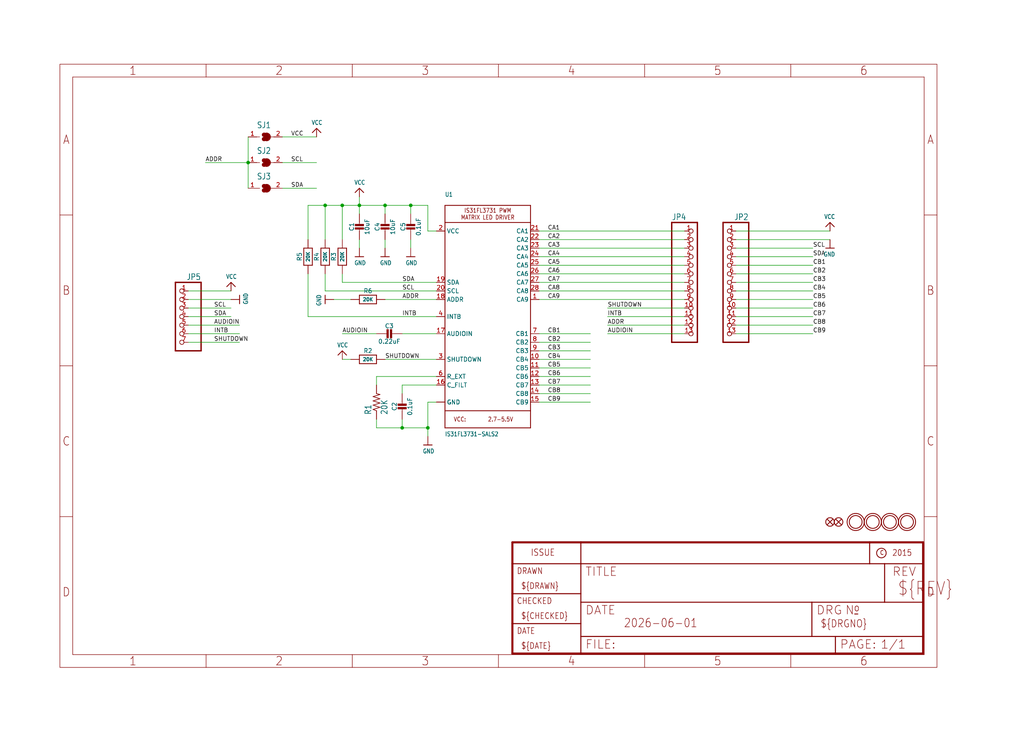
<source format=kicad_sch>
(kicad_sch (version 20230121) (generator eeschema)
  (paper "User" 303.962 217.322)
  (lib_symbols
    (symbol "working-eagle-import:CAP_CERAMIC0805-NOOUTLINE"
      (property "Reference" "C" (at -2.29 1.25 90))
      (symbol "CAP_CERAMIC0805-NOOUTLINE_1_0"
        (rectangle (start -1.27 0.508) (end 1.27 1.016) (fill (type outline)))
        (rectangle (start -1.27 1.524) (end 1.27 2.032) (fill (type outline)))
        (polyline (pts (xy 0 0.762) (xy 0 0)) (stroke (width 0.1524)))
        (polyline (pts (xy 0 2.54) (xy 0 1.778)) (stroke (width 0.1524)))
        (pin passive line (at 0 5.08 270) (length 2.54) (name "1") (number "1"))
        (pin passive line (at 0 -2.54 90) (length 2.54) (name "2") (number "2"))
      )
    )
    (symbol "working-eagle-import:FIDUCIAL{dblquote}{dblquote}"
      (symbol "FIDUCIAL{dblquote}{dblquote}_1_0"
        (polyline (pts (xy -0.762 0.762) (xy 0.762 -0.762)) (stroke (width 0.254)))
        (polyline (pts (xy 0.762 0.762) (xy -0.762 -0.762)) (stroke (width 0.254)))
        (circle (center 0 0) (radius 1.27) (stroke (width 0.254)))
      )
    )
    (symbol "working-eagle-import:FLIPFLOP-RES"
      (property "Reference" "R" (at -3.81 1.4986 0))
      (symbol "FLIPFLOP-RES_1_0"
        (polyline (pts (xy -2.54 0) (xy -2.159 1.016)) (stroke (width 0.2032)))
        (polyline (pts (xy -2.159 1.016) (xy -1.524 -1.016)) (stroke (width 0.2032)))
        (polyline (pts (xy -1.524 -1.016) (xy -0.889 1.016)) (stroke (width 0.2032)))
        (polyline (pts (xy -0.889 1.016) (xy -0.254 -1.016)) (stroke (width 0.2032)))
        (polyline (pts (xy -0.254 -1.016) (xy 0.381 1.016)) (stroke (width 0.2032)))
        (polyline (pts (xy 0.381 1.016) (xy 1.016 -1.016)) (stroke (width 0.2032)))
        (polyline (pts (xy 1.016 -1.016) (xy 1.651 1.016)) (stroke (width 0.2032)))
        (polyline (pts (xy 1.651 1.016) (xy 2.286 -1.016)) (stroke (width 0.2032)))
        (polyline (pts (xy 2.286 -1.016) (xy 2.54 0)) (stroke (width 0.2032)))
        (pin passive line (at -5.08 0 0) (length 2.54) (name "1") (number "1"))
        (pin passive line (at 5.08 0 180) (length 2.54) (name "2") (number "2"))
      )
    )
    (symbol "working-eagle-import:FRAME_A4"
      (symbol "FRAME_A4_1_0"
        (polyline (pts (xy 0 44.7675) (xy 3.81 44.7675)))
        (polyline (pts (xy 0 89.535) (xy 3.81 89.535)))
        (polyline (pts (xy 0 134.3025) (xy 3.81 134.3025)))
        (polyline (pts (xy 3.81 3.81) (xy 3.81 175.26)))
        (polyline (pts (xy 43.3917 0) (xy 43.3917 3.81)))
        (polyline (pts (xy 43.3917 175.26) (xy 43.3917 179.07)))
        (polyline (pts (xy 86.7833 0) (xy 86.7833 3.81)))
        (polyline (pts (xy 86.7833 175.26) (xy 86.7833 179.07)))
        (polyline (pts (xy 130.175 0) (xy 130.175 3.81)))
        (polyline (pts (xy 130.175 175.26) (xy 130.175 179.07)))
        (polyline (pts (xy 173.5667 0) (xy 173.5667 3.81)))
        (polyline (pts (xy 173.5667 175.26) (xy 173.5667 179.07)))
        (polyline (pts (xy 216.9583 0) (xy 216.9583 3.81)))
        (polyline (pts (xy 216.9583 175.26) (xy 216.9583 179.07)))
        (polyline (pts (xy 256.54 3.81) (xy 3.81 3.81)))
        (polyline (pts (xy 256.54 3.81) (xy 256.54 8.89)) (stroke (width 0.1016)))
        (polyline (pts (xy 256.54 3.81) (xy 256.54 175.26)))
        (polyline (pts (xy 256.54 8.89) (xy 256.54 13.97)) (stroke (width 0.1016)))
        (polyline (pts (xy 256.54 13.97) (xy 256.54 19.05)) (stroke (width 0.1016)))
        (polyline (pts (xy 256.54 19.05) (xy 256.54 36.83)) (stroke (width 0.1016)))
        (polyline (pts (xy 256.54 44.7675) (xy 260.35 44.7675)))
        (polyline (pts (xy 256.54 89.535) (xy 260.35 89.535)))
        (polyline (pts (xy 256.54 134.3025) (xy 260.35 134.3025)))
        (polyline (pts (xy 256.54 175.26) (xy 3.81 175.26)))
        (polyline (pts (xy 0 0) (xy 260.35 0) (xy 260.35 179.07) (xy 0 179.07) (xy 0 0)))
        (text "1" (at 21.6958 1.905 0) (effects (font (size 2.54 2.286))))
        (text "1" (at 21.6958 177.165 0) (effects (font (size 2.54 2.286))))
        (text "2" (at 65.0875 1.905 0) (effects (font (size 2.54 2.286))))
        (text "2" (at 65.0875 177.165 0) (effects (font (size 2.54 2.286))))
        (text "3" (at 108.4792 1.905 0) (effects (font (size 2.54 2.286))))
        (text "3" (at 108.4792 177.165 0) (effects (font (size 2.54 2.286))))
        (text "4" (at 151.8708 1.905 0) (effects (font (size 2.54 2.286))))
        (text "4" (at 151.8708 177.165 0) (effects (font (size 2.54 2.286))))
        (text "5" (at 195.2625 1.905 0) (effects (font (size 2.54 2.286))))
        (text "5" (at 195.2625 177.165 0) (effects (font (size 2.54 2.286))))
        (text "6" (at 238.6542 1.905 0) (effects (font (size 2.54 2.286))))
        (text "6" (at 238.6542 177.165 0) (effects (font (size 2.54 2.286))))
        (text "A" (at 1.905 156.6863 0) (effects (font (size 2.54 2.286))))
        (text "A" (at 258.445 156.6863 0) (effects (font (size 2.54 2.286))))
        (text "B" (at 1.905 111.9188 0) (effects (font (size 2.54 2.286))))
        (text "B" (at 258.445 111.9188 0) (effects (font (size 2.54 2.286))))
        (text "C" (at 1.905 67.1513 0) (effects (font (size 2.54 2.286))))
        (text "C" (at 258.445 67.1513 0) (effects (font (size 2.54 2.286))))
        (text "D" (at 1.905 22.3838 0) (effects (font (size 2.54 2.286))))
        (text "D" (at 258.445 22.3838 0) (effects (font (size 2.54 2.286))))
      )
      (symbol "FRAME_A4_2_0"
        (polyline (pts (xy -0.3048 1.5748) (xy 20.0152 1.5748)) (stroke (width 0.6096)))
        (polyline (pts (xy -0.3048 10.4648) (xy -0.3048 1.5748)) (stroke (width 0.6096)))
        (polyline (pts (xy -0.3048 10.4648) (xy 20.0152 10.4648)) (stroke (width 0.3048)))
        (polyline (pts (xy -0.3048 19.3548) (xy -0.3048 10.4648)) (stroke (width 0.6096)))
        (polyline (pts (xy -0.3048 19.3548) (xy 20.0152 19.3548)) (stroke (width 0.3048)))
        (polyline (pts (xy -0.3048 28.2448) (xy -0.3048 19.3548)) (stroke (width 0.6096)))
        (polyline (pts (xy -0.3048 28.2448) (xy 20.0152 28.2448)) (stroke (width 0.3048)))
        (polyline (pts (xy -0.3048 34.5948) (xy -0.3048 28.2448)) (stroke (width 0.6096)))
        (polyline (pts (xy 20.0152 1.5748) (xy 20.0152 6.6548)) (stroke (width 0.3048)))
        (polyline (pts (xy 20.0152 1.5748) (xy 95.5802 1.5748)) (stroke (width 0.6096)))
        (polyline (pts (xy 20.0152 6.6548) (xy 20.0152 10.4648)) (stroke (width 0.3048)))
        (polyline (pts (xy 20.0152 6.6548) (xy 88.5952 6.6548)) (stroke (width 0.3048)))
        (polyline (pts (xy 20.0152 10.4648) (xy 20.0152 16.8148)) (stroke (width 0.3048)))
        (polyline (pts (xy 20.0152 16.8148) (xy 20.0152 19.3548)) (stroke (width 0.3048)))
        (polyline (pts (xy 20.0152 19.3548) (xy 20.0152 28.2448)) (stroke (width 0.3048)))
        (polyline (pts (xy 20.0152 28.2448) (xy 20.0152 34.5948)) (stroke (width 0.3048)))
        (polyline (pts (xy 20.0152 28.2448) (xy 105.7402 28.2448)) (stroke (width 0.3048)))
        (polyline (pts (xy 20.0152 34.5948) (xy -0.3048 34.5948)) (stroke (width 0.6096)))
        (polyline (pts (xy 88.5952 6.6548) (xy 95.5802 6.6548)) (stroke (width 0.3048)))
        (polyline (pts (xy 88.5952 16.8148) (xy 20.0152 16.8148)) (stroke (width 0.3048)))
        (polyline (pts (xy 88.5952 16.8148) (xy 88.5952 6.6548)) (stroke (width 0.3048)))
        (polyline (pts (xy 95.5802 1.5748) (xy 121.6152 1.5748)) (stroke (width 0.6096)))
        (polyline (pts (xy 95.5802 6.6548) (xy 95.5802 1.5748)) (stroke (width 0.3048)))
        (polyline (pts (xy 95.5802 6.6548) (xy 121.6152 6.6548)) (stroke (width 0.3048)))
        (polyline (pts (xy 101.2952 13.3223) (xy 102.2477 13.3223)) (stroke (width 0.254)))
        (polyline (pts (xy 105.7402 28.2448) (xy 105.7402 34.5948)) (stroke (width 0.3048)))
        (polyline (pts (xy 105.7402 28.2448) (xy 110.1852 28.2448)) (stroke (width 0.3048)))
        (polyline (pts (xy 105.7402 34.5948) (xy 20.0152 34.5948)) (stroke (width 0.6096)))
        (polyline (pts (xy 110.1852 16.8148) (xy 88.5952 16.8148)) (stroke (width 0.3048)))
        (polyline (pts (xy 110.1852 28.2448) (xy 110.1852 16.8148)) (stroke (width 0.3048)))
        (polyline (pts (xy 110.1852 28.2448) (xy 121.6152 28.2448)) (stroke (width 0.3048)))
        (polyline (pts (xy 121.6152 6.6548) (xy 121.6152 1.5748)) (stroke (width 0.6096)))
        (polyline (pts (xy 121.6152 16.8148) (xy 110.1852 16.8148)) (stroke (width 0.3048)))
        (polyline (pts (xy 121.6152 16.8148) (xy 121.6152 6.6548)) (stroke (width 0.6096)))
        (polyline (pts (xy 121.6152 28.2448) (xy 121.6152 16.8148)) (stroke (width 0.6096)))
        (polyline (pts (xy 121.6152 34.5948) (xy 105.7402 34.5948)) (stroke (width 0.6096)))
        (polyline (pts (xy 121.6152 34.5948) (xy 121.6152 28.2448)) (stroke (width 0.6096)))
        (circle (center 109.2327 31.4198) (radius 1.4199) (stroke (width 0.254)))
        (text "${#}/${##}" (at 108.9152 2.8448 0) (effects (font (size 2.54 2.54)) (justify left bottom)))
        (text "${CHECKED}" (at 2.2352 11.7348 0) (effects (font (size 1.778 1.5113)) (justify left bottom)))
        (text "${COMPANY}" (at 23.349 29.6735 0) (effects (font (size 3.175 2.6987) (thickness 0.5397) bold) (justify left bottom)))
        (text "${CURRENT_DATE}" (at 32.7152 9.1948 0) (effects (font (size 2.54 2.159)) (justify left bottom)))
        (text "${DATE}" (at 2.2352 2.8448 0) (effects (font (size 1.778 1.5113)) (justify left bottom)))
        (text "${DRAWN}" (at 2.2352 20.6248 0) (effects (font (size 1.778 1.5113)) (justify left bottom)))
        (text "${DRGNO}" (at 91.1352 9.1948 0) (effects (font (size 2.1844 1.8567)) (justify left bottom)))
        (text "${PROJECTNAME}" (at 33.0327 2.8448 0) (effects (font (size 2.54 2.159)) (justify left bottom)))
        (text "${REV}" (at 113.9952 18.7198 0) (effects (font (size 3.81 3.2385)) (justify left bottom)))
        (text "2015" (at 112.4077 30.4673 0) (effects (font (size 1.778 1.5113)) (justify left bottom)))
        (text "C" (at 108.7564 30.7848 0) (effects (font (size 1.27 1.0795)) (justify left bottom)))
        (text "CHECKED" (at 0.9652 16.1798 0) (effects (font (size 1.778 1.5113)) (justify left bottom)))
        (text "DATE" (at 0.9652 7.2898 0) (effects (font (size 1.778 1.5113)) (justify left bottom)))
        (text "DATE" (at 21.2852 13.0048 0) (effects (font (size 2.54 2.54)) (justify left bottom)))
        (text "DRAWN" (at 0.9652 25.0698 0) (effects (font (size 1.778 1.5113)) (justify left bottom)))
        (text "DRG" (at 89.8652 13.0048 0) (effects (font (size 2.54 2.54)) (justify left bottom)))
        (text "FILE:" (at 21.2852 2.8448 0) (effects (font (size 2.54 2.54)) (justify left bottom)))
        (text "ISSUE" (at 5.0927 30.4673 0) (effects (font (size 1.9304 1.6408)) (justify left bottom)))
        (text "N" (at 98.4377 13.0048 0) (effects (font (size 2.54 2.54)) (justify left bottom)))
        (text "o" (at 100.9777 13.9573 0) (effects (font (size 2.1844 1.8567)) (justify left bottom)))
        (text "PAGE:" (at 96.8502 2.8448 0) (effects (font (size 2.54 2.54)) (justify left bottom)))
        (text "REV" (at 112.4077 24.4348 0) (effects (font (size 2.54 2.54)) (justify left bottom)))
        (text "TITLE" (at 21.2852 24.4348 0) (effects (font (size 2.54 2.54)) (justify left bottom)))
      )
    )
    (symbol "working-eagle-import:GND" (power)
      (property "Value" "GND" (at -1.524 -2.54 0))
      (symbol "GND_1_0"
        (polyline (pts (xy -1.27 0) (xy 1.27 0)) (stroke (width 0.254)))
        (pin power_in line (at 0 2.54 270) (length 2.54) (name "GND") (number "1"))
      )
    )
    (symbol "working-eagle-import:HEADER-1X13"
      (property "Reference" "JP" (at -6.35 18.415 0))
      (symbol "HEADER-1X13_1_0"
        (polyline (pts (xy -6.35 -17.78) (xy 1.27 -17.78)) (stroke (width 0.4064)))
        (polyline (pts (xy -6.35 17.78) (xy -6.35 -17.78)) (stroke (width 0.4064)))
        (polyline (pts (xy 1.27 -17.78) (xy 1.27 17.78)) (stroke (width 0.4064)))
        (polyline (pts (xy 1.27 17.78) (xy -6.35 17.78)) (stroke (width 0.4064)))
        (pin passive inverted (at -2.54 15.24 0) (length 2.54) (name "1") (number "1"))
        (pin passive inverted (at -2.54 -7.62 0) (length 2.54) (name "10") (number "10"))
        (pin passive inverted (at -2.54 -10.16 0) (length 2.54) (name "11") (number "11"))
        (pin passive inverted (at -2.54 -12.7 0) (length 2.54) (name "12") (number "12"))
        (pin passive inverted (at -2.54 -15.24 0) (length 2.54) (name "13") (number "13"))
        (pin passive inverted (at -2.54 12.7 0) (length 2.54) (name "2") (number "2"))
        (pin passive inverted (at -2.54 10.16 0) (length 2.54) (name "3") (number "3"))
        (pin passive inverted (at -2.54 7.62 0) (length 2.54) (name "4") (number "4"))
        (pin passive inverted (at -2.54 5.08 0) (length 2.54) (name "5") (number "5"))
        (pin passive inverted (at -2.54 2.54 0) (length 2.54) (name "6") (number "6"))
        (pin passive inverted (at -2.54 0 0) (length 2.54) (name "7") (number "7"))
        (pin passive inverted (at -2.54 -2.54 0) (length 2.54) (name "8") (number "8"))
        (pin passive inverted (at -2.54 -5.08 0) (length 2.54) (name "9") (number "9"))
      )
    )
    (symbol "working-eagle-import:HEADER-1X7THICKER"
      (property "Reference" "JP" (at -6.35 10.795 0))
      (symbol "HEADER-1X7THICKER_1_0"
        (polyline (pts (xy -6.35 -10.16) (xy 1.27 -10.16)) (stroke (width 0.4064)))
        (polyline (pts (xy -6.35 10.16) (xy -6.35 -10.16)) (stroke (width 0.4064)))
        (polyline (pts (xy 1.27 -10.16) (xy 1.27 10.16)) (stroke (width 0.4064)))
        (polyline (pts (xy 1.27 10.16) (xy -6.35 10.16)) (stroke (width 0.4064)))
        (pin passive inverted (at -2.54 7.62 0) (length 2.54) (name "1") (number "1"))
        (pin passive inverted (at -2.54 5.08 0) (length 2.54) (name "2") (number "2"))
        (pin passive inverted (at -2.54 2.54 0) (length 2.54) (name "3") (number "3"))
        (pin passive inverted (at -2.54 0 0) (length 2.54) (name "4") (number "4"))
        (pin passive inverted (at -2.54 -2.54 0) (length 2.54) (name "5") (number "5"))
        (pin passive inverted (at -2.54 -5.08 0) (length 2.54) (name "6") (number "6"))
        (pin passive inverted (at -2.54 -7.62 0) (length 2.54) (name "7") (number "7"))
      )
    )
    (symbol "working-eagle-import:IS31FL3731QFN"
      (property "Reference" "U" (at -12.7 35.56 0))
      (symbol "IS31FL3731QFN_1_0"
        (polyline (pts (xy -12.7 -27.94) (xy -12.7 -33.02)) (stroke (width 0.254)))
        (polyline (pts (xy -12.7 -27.94) (xy -12.7 27.94)) (stroke (width 0.254)))
        (polyline (pts (xy -12.7 27.94) (xy 12.7 27.94)) (stroke (width 0.254)))
        (polyline (pts (xy -12.7 33.02) (xy -12.7 27.94)) (stroke (width 0.254)))
        (polyline (pts (xy -12.7 33.02) (xy 12.7 33.02)) (stroke (width 0.254)))
        (polyline (pts (xy 12.7 -33.02) (xy -12.7 -33.02)) (stroke (width 0.254)))
        (polyline (pts (xy 12.7 -27.94) (xy -12.7 -27.94)) (stroke (width 0.254)))
        (polyline (pts (xy 12.7 -27.94) (xy 12.7 -33.02)) (stroke (width 0.254)))
        (polyline (pts (xy 12.7 27.94) (xy 12.7 -27.94)) (stroke (width 0.254)))
        (polyline (pts (xy 12.7 33.02) (xy 12.7 27.94)) (stroke (width 0.254)))
        (text "2.7-5.5V" (at 0 -30.48 0) (effects (font (size 1.27 1.0795)) (justify left)))
        (text "IS31FL3731 PWM\nMATRIX LED DRIVER" (at 0 30.48 0) (effects (font (size 1.27 1.0795))))
        (text "VCC:" (at -10.16 -30.48 0) (effects (font (size 1.27 1.0795)) (justify left)))
        (pin bidirectional line (at 15.24 5.08 180) (length 2.54) (name "CA9") (number "1"))
        (pin bidirectional line (at 15.24 -12.7 180) (length 2.54) (name "CB4") (number "10"))
        (pin bidirectional line (at 15.24 -15.24 180) (length 2.54) (name "CB5") (number "11"))
        (pin bidirectional line (at 15.24 -17.78 180) (length 2.54) (name "CB6") (number "12"))
        (pin bidirectional line (at 15.24 -20.32 180) (length 2.54) (name "CB7") (number "13"))
        (pin bidirectional line (at 15.24 -22.86 180) (length 2.54) (name "CB8") (number "14"))
        (pin bidirectional line (at 15.24 -25.4 180) (length 2.54) (name "CB9") (number "15"))
        (pin bidirectional line (at -15.24 -20.32 0) (length 2.54) (name "C_FILT") (number "16"))
        (pin input line (at -15.24 -5.08 0) (length 2.54) (name "AUDIOIN") (number "17"))
        (pin bidirectional line (at -15.24 5.08 0) (length 2.54) (name "ADDR") (number "18"))
        (pin bidirectional line (at -15.24 10.16 0) (length 2.54) (name "SDA") (number "19"))
        (pin power_in line (at -15.24 25.4 0) (length 2.54) (name "VCC") (number "2"))
        (pin bidirectional line (at -15.24 7.62 0) (length 2.54) (name "SCL") (number "20"))
        (pin bidirectional line (at 15.24 25.4 180) (length 2.54) (name "CA1") (number "21"))
        (pin bidirectional line (at 15.24 22.86 180) (length 2.54) (name "CA2") (number "22"))
        (pin bidirectional line (at 15.24 20.32 180) (length 2.54) (name "CA3") (number "23"))
        (pin bidirectional line (at 15.24 17.78 180) (length 2.54) (name "CA4") (number "24"))
        (pin bidirectional line (at 15.24 15.24 180) (length 2.54) (name "CA5") (number "25"))
        (pin bidirectional line (at 15.24 12.7 180) (length 2.54) (name "CA6") (number "26"))
        (pin bidirectional line (at 15.24 10.16 180) (length 2.54) (name "CA7") (number "27"))
        (pin bidirectional line (at 15.24 7.62 180) (length 2.54) (name "CA8") (number "28"))
        (pin input line (at -15.24 -12.7 0) (length 2.54) (name "SHUTDOWN") (number "3"))
        (pin output line (at -15.24 0 0) (length 2.54) (name "INTB") (number "4"))
        (pin power_in line (at -15.24 -25.4 0) (length 2.54) (name "GND") (number "5"))
        (pin bidirectional line (at -15.24 -17.78 0) (length 2.54) (name "R_EXT") (number "6"))
        (pin bidirectional line (at 15.24 -5.08 180) (length 2.54) (name "CB1") (number "7"))
        (pin bidirectional line (at 15.24 -7.62 180) (length 2.54) (name "CB2") (number "8"))
        (pin bidirectional line (at 15.24 -10.16 180) (length 2.54) (name "CB3") (number "9"))
        (pin power_in line (at -15.24 -25.4 0) (length 2.54) (name "GND") (number "THERMAL"))
      )
    )
    (symbol "working-eagle-import:MOUNTINGHOLE2.5"
      (symbol "MOUNTINGHOLE2.5_1_0"
        (circle (center 0 0) (radius 1.905) (stroke (width 0.254)))
        (circle (center 0 0) (radius 2.54) (stroke (width 0.254)))
      )
    )
    (symbol "working-eagle-import:RESISTOR0805_NOOUTLINE"
      (property "Reference" "R" (at 0 2.54 0))
      (symbol "RESISTOR0805_NOOUTLINE_1_0"
        (polyline (pts (xy -2.54 -1.27) (xy -2.54 1.27)) (stroke (width 0.254)))
        (polyline (pts (xy -2.54 1.27) (xy 2.54 1.27)) (stroke (width 0.254)))
        (polyline (pts (xy 2.54 -1.27) (xy -2.54 -1.27)) (stroke (width 0.254)))
        (polyline (pts (xy 2.54 1.27) (xy 2.54 -1.27)) (stroke (width 0.254)))
        (pin passive line (at -5.08 0 0) (length 2.54) (name "1") (number "1"))
        (pin passive line (at 5.08 0 180) (length 2.54) (name "2") (number "2"))
      )
    )
    (symbol "working-eagle-import:SOLDERJUMPER"
      (property "Reference" "SJ" (at -2.54 2.54 0))
      (symbol "SOLDERJUMPER_1_0"
        (arc (start -0.381 -0.635) (mid 0.2541 -0.0001) (end -0.3808 0.635) (stroke (width 1.27)))
        (polyline (pts (xy -2.54 0) (xy -1.651 0)) (stroke (width 0.1524)))
        (polyline (pts (xy 2.54 0) (xy 1.651 0)) (stroke (width 0.1524)))
        (arc (start 0.3808 -0.635) (mid 1.0132 -0.0001) (end 0.381 0.635) (stroke (width 1.27)))
        (pin passive line (at -5.08 0 0) (length 2.54) (name "1") (number "1"))
        (pin passive line (at 5.08 0 180) (length 2.54) (name "2") (number "2"))
      )
    )
    (symbol "working-eagle-import:VCC" (power)
      (property "Value" "VCC" (at -1.524 1.016 0))
      (symbol "VCC_1_0"
        (polyline (pts (xy -1.27 -1.27) (xy 0 0)) (stroke (width 0.254)))
        (polyline (pts (xy 0 0) (xy 1.27 -1.27)) (stroke (width 0.254)))
        (pin power_in line (at 0 -2.54 90) (length 2.54) (name "VCC") (number "1"))
      )
    )
  )
  (junction (at 127 127))
  (junction (at 101.6 60.96))
  (junction (at 119.38 127))
  (junction (at 114.3 60.96))
  (junction (at 96.52 60.96))
  (junction (at 121.92 60.96))
  (junction (at 106.68 60.96))
  (junction (at 73.66 48.26))
  (wire (pts (xy 91.44 60.96) (xy 91.44 71.12)) (stroke (width 0.1524)))
  (wire (pts (xy 129.54 88.9) (xy 114.3 88.9)) (stroke (width 0.1524)))
  (wire (pts (xy 218.44 99.06) (xy 241.3 99.06)) (stroke (width 0.1524)))
  (wire (pts (xy 160.02 116.84) (xy 175.26 116.84)) (stroke (width 0.1524)))
  (wire (pts (xy 106.68 60.96) (xy 114.3 60.96)) (stroke (width 0.1524)))
  (wire (pts (xy 73.66 48.26) (xy 73.66 55.88)) (stroke (width 0.1524)))
  (wire (pts (xy 127 127) (xy 127 129.54)) (stroke (width 0.1524)))
  (wire (pts (xy 160.02 104.14) (xy 175.26 104.14)) (stroke (width 0.1524)))
  (wire (pts (xy 121.92 60.96) (xy 121.92 63.5)) (stroke (width 0.1524)))
  (wire (pts (xy 160.02 119.38) (xy 175.26 119.38)) (stroke (width 0.1524)))
  (wire (pts (xy 99.06 88.9) (xy 104.14 88.9)) (stroke (width 0.1524)))
  (wire (pts (xy 160.02 68.58) (xy 203.2 68.58)) (stroke (width 0.1524)))
  (wire (pts (xy 160.02 106.68) (xy 175.26 106.68)) (stroke (width 0.1524)))
  (wire (pts (xy 160.02 78.74) (xy 203.2 78.74)) (stroke (width 0.1524)))
  (wire (pts (xy 246.38 68.58) (xy 218.44 68.58)) (stroke (width 0.1524)))
  (wire (pts (xy 160.02 76.2) (xy 203.2 76.2)) (stroke (width 0.1524)))
  (wire (pts (xy 160.02 111.76) (xy 175.26 111.76)) (stroke (width 0.1524)))
  (wire (pts (xy 106.68 60.96) (xy 106.68 63.5)) (stroke (width 0.1524)))
  (wire (pts (xy 241.3 96.52) (xy 218.44 96.52)) (stroke (width 0.1524)))
  (wire (pts (xy 121.92 71.12) (xy 121.92 73.66)) (stroke (width 0.1524)))
  (wire (pts (xy 129.54 99.06) (xy 119.38 99.06)) (stroke (width 0.1524)))
  (wire (pts (xy 127 60.96) (xy 127 68.58)) (stroke (width 0.1524)))
  (wire (pts (xy 101.6 71.12) (xy 101.6 60.96)) (stroke (width 0.1524)))
  (wire (pts (xy 114.3 60.96) (xy 114.3 63.5)) (stroke (width 0.1524)))
  (wire (pts (xy 218.44 93.98) (xy 241.3 93.98)) (stroke (width 0.1524)))
  (wire (pts (xy 55.88 91.44) (xy 68.58 91.44)) (stroke (width 0.1524)))
  (wire (pts (xy 203.2 91.44) (xy 180.34 91.44)) (stroke (width 0.1524)))
  (wire (pts (xy 218.44 73.66) (xy 241.3 73.66)) (stroke (width 0.1524)))
  (wire (pts (xy 129.54 83.82) (xy 101.6 83.82)) (stroke (width 0.1524)))
  (wire (pts (xy 55.88 101.6) (xy 71.12 101.6)) (stroke (width 0.1524)))
  (wire (pts (xy 203.2 99.06) (xy 180.34 99.06)) (stroke (width 0.1524)))
  (wire (pts (xy 96.52 60.96) (xy 91.44 60.96)) (stroke (width 0.1524)))
  (wire (pts (xy 119.38 127) (xy 111.76 127)) (stroke (width 0.1524)))
  (wire (pts (xy 160.02 86.36) (xy 203.2 86.36)) (stroke (width 0.1524)))
  (wire (pts (xy 114.3 71.12) (xy 114.3 73.66)) (stroke (width 0.1524)))
  (wire (pts (xy 71.12 99.06) (xy 55.88 99.06)) (stroke (width 0.1524)))
  (wire (pts (xy 73.66 48.26) (xy 60.96 48.26)) (stroke (width 0.1524)))
  (wire (pts (xy 55.88 88.9) (xy 68.58 88.9)) (stroke (width 0.1524)))
  (wire (pts (xy 160.02 101.6) (xy 175.26 101.6)) (stroke (width 0.1524)))
  (wire (pts (xy 127 68.58) (xy 129.54 68.58)) (stroke (width 0.1524)))
  (wire (pts (xy 241.3 81.28) (xy 218.44 81.28)) (stroke (width 0.1524)))
  (wire (pts (xy 119.38 127) (xy 119.38 124.46)) (stroke (width 0.1524)))
  (wire (pts (xy 83.82 55.88) (xy 93.98 55.88)) (stroke (width 0.1524)))
  (wire (pts (xy 160.02 109.22) (xy 175.26 109.22)) (stroke (width 0.1524)))
  (wire (pts (xy 127 127) (xy 119.38 127)) (stroke (width 0.1524)))
  (wire (pts (xy 101.6 60.96) (xy 96.52 60.96)) (stroke (width 0.1524)))
  (wire (pts (xy 160.02 71.12) (xy 203.2 71.12)) (stroke (width 0.1524)))
  (wire (pts (xy 55.88 93.98) (xy 68.58 93.98)) (stroke (width 0.1524)))
  (wire (pts (xy 160.02 83.82) (xy 203.2 83.82)) (stroke (width 0.1524)))
  (wire (pts (xy 91.44 93.98) (xy 91.44 81.28)) (stroke (width 0.1524)))
  (wire (pts (xy 55.88 96.52) (xy 71.12 96.52)) (stroke (width 0.1524)))
  (wire (pts (xy 129.54 111.76) (xy 111.76 111.76)) (stroke (width 0.1524)))
  (wire (pts (xy 101.6 83.82) (xy 101.6 81.28)) (stroke (width 0.1524)))
  (wire (pts (xy 106.68 71.12) (xy 106.68 73.66)) (stroke (width 0.1524)))
  (wire (pts (xy 129.54 119.38) (xy 127 119.38)) (stroke (width 0.1524)))
  (wire (pts (xy 160.02 114.3) (xy 175.26 114.3)) (stroke (width 0.1524)))
  (wire (pts (xy 111.76 111.76) (xy 111.76 114.3)) (stroke (width 0.1524)))
  (wire (pts (xy 73.66 40.64) (xy 73.66 48.26)) (stroke (width 0.1524)))
  (wire (pts (xy 111.76 127) (xy 111.76 124.46)) (stroke (width 0.1524)))
  (wire (pts (xy 121.92 60.96) (xy 127 60.96)) (stroke (width 0.1524)))
  (wire (pts (xy 180.34 93.98) (xy 203.2 93.98)) (stroke (width 0.1524)))
  (wire (pts (xy 218.44 71.12) (xy 246.38 71.12)) (stroke (width 0.1524)))
  (wire (pts (xy 218.44 83.82) (xy 241.3 83.82)) (stroke (width 0.1524)))
  (wire (pts (xy 241.3 86.36) (xy 218.44 86.36)) (stroke (width 0.1524)))
  (wire (pts (xy 129.54 114.3) (xy 119.38 114.3)) (stroke (width 0.1524)))
  (wire (pts (xy 218.44 88.9) (xy 241.3 88.9)) (stroke (width 0.1524)))
  (wire (pts (xy 129.54 93.98) (xy 91.44 93.98)) (stroke (width 0.1524)))
  (wire (pts (xy 218.44 78.74) (xy 241.3 78.74)) (stroke (width 0.1524)))
  (wire (pts (xy 96.52 60.96) (xy 96.52 71.12)) (stroke (width 0.1524)))
  (wire (pts (xy 83.82 40.64) (xy 93.98 40.64)) (stroke (width 0.1524)))
  (wire (pts (xy 96.52 86.36) (xy 96.52 81.28)) (stroke (width 0.1524)))
  (wire (pts (xy 101.6 60.96) (xy 106.68 60.96)) (stroke (width 0.1524)))
  (wire (pts (xy 160.02 81.28) (xy 203.2 81.28)) (stroke (width 0.1524)))
  (wire (pts (xy 160.02 88.9) (xy 203.2 88.9)) (stroke (width 0.1524)))
  (wire (pts (xy 203.2 96.52) (xy 180.34 96.52)) (stroke (width 0.1524)))
  (wire (pts (xy 160.02 99.06) (xy 175.26 99.06)) (stroke (width 0.1524)))
  (wire (pts (xy 111.76 99.06) (xy 101.6 99.06)) (stroke (width 0.1524)))
  (wire (pts (xy 114.3 60.96) (xy 121.92 60.96)) (stroke (width 0.1524)))
  (wire (pts (xy 129.54 106.68) (xy 114.3 106.68)) (stroke (width 0.1524)))
  (wire (pts (xy 241.3 76.2) (xy 218.44 76.2)) (stroke (width 0.1524)))
  (wire (pts (xy 129.54 86.36) (xy 96.52 86.36)) (stroke (width 0.1524)))
  (wire (pts (xy 127 119.38) (xy 127 127)) (stroke (width 0.1524)))
  (wire (pts (xy 55.88 86.36) (xy 68.58 86.36)) (stroke (width 0.1524)))
  (wire (pts (xy 104.14 106.68) (xy 101.6 106.68)) (stroke (width 0.1524)))
  (wire (pts (xy 160.02 73.66) (xy 203.2 73.66)) (stroke (width 0.1524)))
  (wire (pts (xy 119.38 114.3) (xy 119.38 116.84)) (stroke (width 0.1524)))
  (wire (pts (xy 106.68 58.42) (xy 106.68 60.96)) (stroke (width 0.1524)))
  (wire (pts (xy 241.3 91.44) (xy 218.44 91.44)) (stroke (width 0.1524)))
  (wire (pts (xy 83.82 48.26) (xy 93.98 48.26)) (stroke (width 0.1524)))
  (label "CB7" (at 162.56 114.3 0) (effects (font (size 1.2446 1.2446))))
  (label "CB5" (at 162.56 109.22 0) (effects (font (size 1.2446 1.2446))))
  (label "CB8" (at 241.3 96.52 0) (effects (font (size 1.2446 1.2446))))
  (label "SHUTDOWN" (at 114.3 106.68 0) (effects (font (size 1.2446 1.2446))))
  (label "INTB" (at 180.34 93.98 0) (effects (font (size 1.2446 1.2446))))
  (label "INTB" (at 119.38 93.98 0) (effects (font (size 1.2446 1.2446))))
  (label "SDA" (at 241.3 76.2 0) (effects (font (size 1.2446 1.2446))))
  (label "AUDIOIN" (at 101.6 99.06 0) (effects (font (size 1.2446 1.2446))))
  (label "AUDIOIN" (at 63.5 96.52 0) (effects (font (size 1.2446 1.2446))))
  (label "CB5" (at 241.3 88.9 0) (effects (font (size 1.2446 1.2446))))
  (label "CA2" (at 162.56 71.12 0) (effects (font (size 1.2446 1.2446))))
  (label "CB1" (at 241.3 78.74 0) (effects (font (size 1.2446 1.2446))))
  (label "SHUTDOWN" (at 63.5 101.6 0) (effects (font (size 1.2446 1.2446))))
  (label "AUDIOIN" (at 180.34 99.06 0) (effects (font (size 1.2446 1.2446))))
  (label "SCL" (at 241.3 73.66 0) (effects (font (size 1.2446 1.2446))))
  (label "CB2" (at 162.56 101.6 0) (effects (font (size 1.2446 1.2446))))
  (label "CB8" (at 162.56 116.84 0) (effects (font (size 1.2446 1.2446))))
  (label "VCC" (at 86.36 40.64 0) (effects (font (size 1.2446 1.2446))))
  (label "SCL" (at 119.38 86.36 0) (effects (font (size 1.2446 1.2446))))
  (label "ADDR" (at 119.38 88.9 0) (effects (font (size 1.2446 1.2446))))
  (label "CA4" (at 162.56 76.2 0) (effects (font (size 1.2446 1.2446))))
  (label "INTB" (at 63.5 99.06 0) (effects (font (size 1.2446 1.2446))))
  (label "SCL" (at 63.5 91.44 0) (effects (font (size 1.2446 1.2446))))
  (label "SDA" (at 119.38 83.82 0) (effects (font (size 1.2446 1.2446))))
  (label "CB3" (at 162.56 104.14 0) (effects (font (size 1.2446 1.2446))))
  (label "CA6" (at 162.56 81.28 0) (effects (font (size 1.2446 1.2446))))
  (label "CB1" (at 162.56 99.06 0) (effects (font (size 1.2446 1.2446))))
  (label "ADDR" (at 60.96 48.26 0) (effects (font (size 1.2446 1.2446))))
  (label "CA8" (at 162.56 86.36 0) (effects (font (size 1.2446 1.2446))))
  (label "CA5" (at 162.56 78.74 0) (effects (font (size 1.2446 1.2446))))
  (label "CB3" (at 241.3 83.82 0) (effects (font (size 1.2446 1.2446))))
  (label "CB6" (at 241.3 91.44 0) (effects (font (size 1.2446 1.2446))))
  (label "CB6" (at 162.56 111.76 0) (effects (font (size 1.2446 1.2446))))
  (label "CA9" (at 162.56 88.9 0) (effects (font (size 1.2446 1.2446))))
  (label "CB2" (at 241.3 81.28 0) (effects (font (size 1.2446 1.2446))))
  (label "CB9" (at 162.56 119.38 0) (effects (font (size 1.2446 1.2446))))
  (label "CB4" (at 162.56 106.68 0) (effects (font (size 1.2446 1.2446))))
  (label "SHUTDOWN" (at 180.34 91.44 0) (effects (font (size 1.2446 1.2446))))
  (label "CB7" (at 241.3 93.98 0) (effects (font (size 1.2446 1.2446))))
  (label "CB4" (at 241.3 86.36 0) (effects (font (size 1.2446 1.2446))))
  (label "SDA" (at 63.5 93.98 0) (effects (font (size 1.2446 1.2446))))
  (label "ADDR" (at 180.34 96.52 0) (effects (font (size 1.2446 1.2446))))
  (label "CA1" (at 162.56 68.58 0) (effects (font (size 1.2446 1.2446))))
  (label "SDA" (at 86.36 55.88 0) (effects (font (size 1.2446 1.2446))))
  (label "CB9" (at 241.3 99.06 0) (effects (font (size 1.2446 1.2446))))
  (label "CA3" (at 162.56 73.66 0) (effects (font (size 1.2446 1.2446))))
  (label "SCL" (at 86.36 48.26 0) (effects (font (size 1.2446 1.2446))))
  (label "CA7" (at 162.56 83.82 0) (effects (font (size 1.2446 1.2446))))
  (symbol (lib_id "working-eagle-import:RESISTOR0805_NOOUTLINE") (at 96.52 76.2 90) (unit 1)
    (property "Reference" "R4" (at 93.98 76.2 0))
    (property "Value" "20K" (at 96.52 76.2 0) (effects (font (size 1.016 1.016) bold)))
    (property "Footprint" "working:0805-NO" (effects hide))
  )
  (symbol (lib_id "working-eagle-import:SOLDERJUMPER") (at 78.74 40.64 0) (unit 1)
    (property "Reference" "SJ1" (at 76.2 38.1 0) (effects (font (size 1.778 1.5113)) (justify left bottom)))
    (property "Value" "SOLDERJUMPER" (effects hide))
    (property "Footprint" "working:SOLDERJUMPER_ARROW_NOPASTE" (effects hide))
  )
  (symbol (lib_id "working-eagle-import:RESISTOR0805_NOOUTLINE") (at 109.22 106.68 0) (unit 1)
    (property "Reference" "R2" (at 109.22 104.14 0))
    (property "Value" "20K" (at 109.22 106.68 0) (effects (font (size 1.016 1.016) bold)))
    (property "Footprint" "working:0805-NO" (effects hide))
  )
  (symbol (lib_id "working-eagle-import:VCC") (at 93.98 38.1 0) (unit 1)
    (property "Reference" "#P+3" (effects hide))
    (property "Value" "VCC" (at 92.456 37.084 0) (effects (font (size 1.27 1.0795)) (justify left bottom)))
  )
  (symbol (lib_id "working-eagle-import:CAP_CERAMIC0805-NOOUTLINE") (at 119.38 121.92 0) (unit 1)
    (property "Reference" "C2" (at 117.09 120.67 90))
    (property "Value" "0.1uF" (at 121.68 120.67 90))
    (property "Footprint" "working:0805-NO" (effects hide))
  )
  (symbol (lib_id "working-eagle-import:SOLDERJUMPER") (at 78.74 55.88 0) (unit 1)
    (property "Reference" "SJ3" (at 76.2 53.34 0) (effects (font (size 1.778 1.5113)) (justify left bottom)))
    (property "Value" "SOLDERJUMPER" (effects hide))
    (property "Footprint" "working:SOLDERJUMPER_ARROW_NOPASTE" (effects hide))
  )
  (symbol (lib_id "working-eagle-import:CAP_CERAMIC0805-NOOUTLINE") (at 114.3 99.06 270) (unit 1)
    (property "Reference" "C3" (at 115.55 96.77 90))
    (property "Value" "0.22uF" (at 115.55 101.36 90))
    (property "Footprint" "working:0805-NO" (effects hide))
  )
  (symbol (lib_id "working-eagle-import:RESISTOR0805_NOOUTLINE") (at 91.44 76.2 90) (unit 1)
    (property "Reference" "R5" (at 88.9 76.2 0))
    (property "Value" "20K" (at 91.44 76.2 0) (effects (font (size 1.016 1.016) bold)))
    (property "Footprint" "working:0805-NO" (effects hide))
  )
  (symbol (lib_id "working-eagle-import:GND") (at 114.3 76.2 0) (unit 1)
    (property "Reference" "#U$12" (effects hide))
    (property "Value" "GND" (at 112.776 78.74 0) (effects (font (size 1.27 1.0795)) (justify left bottom)))
  )
  (symbol (lib_id "working-eagle-import:FLIPFLOP-RES") (at 111.76 119.38 90) (unit 1)
    (property "Reference" "R1" (at 110.2614 123.19 0) (effects (font (size 1.778 1.5113)) (justify left bottom)))
    (property "Value" "20K" (at 115.062 123.19 0) (effects (font (size 1.778 1.5113)) (justify left bottom)))
    (property "Footprint" "working:0805-THM" (effects hide))
  )
  (symbol (lib_id "working-eagle-import:VCC") (at 68.58 83.82 0) (unit 1)
    (property "Reference" "#P+4" (effects hide))
    (property "Value" "VCC" (at 67.056 82.804 0) (effects (font (size 1.27 1.0795)) (justify left bottom)))
  )
  (symbol (lib_id "working-eagle-import:SOLDERJUMPER") (at 78.74 48.26 0) (unit 1)
    (property "Reference" "SJ2" (at 76.2 45.72 0) (effects (font (size 1.778 1.5113)) (justify left bottom)))
    (property "Value" "SOLDERJUMPER" (effects hide))
    (property "Footprint" "working:SOLDERJUMPER_ARROW_NOPASTE" (effects hide))
  )
  (symbol (lib_id "working-eagle-import:RESISTOR0805_NOOUTLINE") (at 101.6 76.2 90) (unit 1)
    (property "Reference" "R3" (at 99.06 76.2 0))
    (property "Value" "20K" (at 101.6 76.2 0) (effects (font (size 1.016 1.016) bold)))
    (property "Footprint" "working:0805-NO" (effects hide))
  )
  (symbol (lib_id "working-eagle-import:CAP_CERAMIC0805-NOOUTLINE") (at 121.92 68.58 0) (unit 1)
    (property "Reference" "C5" (at 119.63 67.33 90))
    (property "Value" "0.1uF" (at 124.22 67.33 90))
    (property "Footprint" "working:0805-NO" (effects hide))
  )
  (symbol (lib_id "working-eagle-import:VCC") (at 101.6 104.14 0) (unit 1)
    (property "Reference" "#P+5" (effects hide))
    (property "Value" "VCC" (at 100.076 103.124 0) (effects (font (size 1.27 1.0795)) (justify left bottom)))
  )
  (symbol (lib_id "working-eagle-import:CAP_CERAMIC0805-NOOUTLINE") (at 114.3 68.58 0) (unit 1)
    (property "Reference" "C4" (at 112.01 67.33 90))
    (property "Value" "10uF" (at 116.6 67.33 90))
    (property "Footprint" "working:0805-NO" (effects hide))
  )
  (symbol (lib_id "working-eagle-import:FIDUCIAL{dblquote}{dblquote}") (at 248.92 154.94 0) (unit 1)
    (property "Reference" "FID1" (effects hide))
    (property "Value" "FIDUCIAL{dblquote}{dblquote}" (effects hide))
    (property "Footprint" "working:FIDUCIAL_1MM" (effects hide))
  )
  (symbol (lib_id "working-eagle-import:GND") (at 106.68 76.2 0) (unit 1)
    (property "Reference" "#U$1" (effects hide))
    (property "Value" "GND" (at 105.156 78.74 0) (effects (font (size 1.27 1.0795)) (justify left bottom)))
  )
  (symbol (lib_id "working-eagle-import:FRAME_A4") (at 152.4 195.58 0) (unit 2)
    (property "Reference" "#FRAME1" (effects hide))
    (property "Value" "FRAME_A4" (effects hide))
  )
  (symbol (lib_id "working-eagle-import:GND") (at 96.52 88.9 270) (unit 1)
    (property "Reference" "#U$8" (effects hide))
    (property "Value" "GND" (at 93.98 87.376 0) (effects (font (size 1.27 1.0795)) (justify left bottom)))
  )
  (symbol (lib_id "working-eagle-import:MOUNTINGHOLE2.5") (at 269.24 154.94 0) (unit 1)
    (property "Reference" "U$3" (effects hide))
    (property "Value" "MOUNTINGHOLE2.5" (effects hide))
    (property "Footprint" "working:MOUNTINGHOLE_2.5_PLATED" (effects hide))
  )
  (symbol (lib_id "working-eagle-import:CAP_CERAMIC0805-NOOUTLINE") (at 106.68 68.58 0) (unit 1)
    (property "Reference" "C1" (at 104.39 67.33 90))
    (property "Value" "10uF" (at 108.98 67.33 90))
    (property "Footprint" "working:0805-NO" (effects hide))
  )
  (symbol (lib_id "working-eagle-import:FRAME_A4") (at 17.78 198.12 0) (unit 1)
    (property "Reference" "#FRAME1" (effects hide))
    (property "Value" "FRAME_A4" (effects hide))
  )
  (symbol (lib_id "working-eagle-import:HEADER-1X13") (at 215.9 83.82 0) (mirror y) (unit 1)
    (property "Reference" "JP2" (at 222.25 65.405 0) (effects (font (size 1.778 1.5113)) (justify left bottom)))
    (property "Value" "HEADER-1X13" (effects hide))
    (property "Footprint" "working:1X13_ROUND_70" (effects hide))
  )
  (symbol (lib_id "working-eagle-import:VCC") (at 106.68 55.88 0) (unit 1)
    (property "Reference" "#P+1" (effects hide))
    (property "Value" "VCC" (at 105.156 54.864 0) (effects (font (size 1.27 1.0795)) (justify left bottom)))
  )
  (symbol (lib_id "working-eagle-import:GND") (at 127 132.08 0) (unit 1)
    (property "Reference" "#U$2" (effects hide))
    (property "Value" "GND" (at 125.476 134.62 0) (effects (font (size 1.27 1.0795)) (justify left bottom)))
  )
  (symbol (lib_id "working-eagle-import:GND") (at 246.38 73.66 0) (mirror y) (unit 1)
    (property "Reference" "#U$9" (effects hide))
    (property "Value" "GND" (at 247.904 76.2 0) (effects (font (size 1.27 1.0795)) (justify left bottom)))
  )
  (symbol (lib_id "working-eagle-import:MOUNTINGHOLE2.5") (at 264.16 154.94 0) (unit 1)
    (property "Reference" "U$4" (effects hide))
    (property "Value" "MOUNTINGHOLE2.5" (effects hide))
    (property "Footprint" "working:MOUNTINGHOLE_2.5_PLATED" (effects hide))
  )
  (symbol (lib_id "working-eagle-import:MOUNTINGHOLE2.5") (at 259.08 154.94 0) (unit 1)
    (property "Reference" "U$5" (effects hide))
    (property "Value" "MOUNTINGHOLE2.5" (effects hide))
    (property "Footprint" "working:MOUNTINGHOLE_2.5_PLATED" (effects hide))
  )
  (symbol (lib_id "working-eagle-import:VCC") (at 246.38 66.04 0) (mirror y) (unit 1)
    (property "Reference" "#P+2" (effects hide))
    (property "Value" "VCC" (at 247.904 65.024 0) (effects (font (size 1.27 1.0795)) (justify left bottom)))
  )
  (symbol (lib_id "working-eagle-import:IS31FL3731QFN") (at 144.78 93.98 0) (unit 1)
    (property "Reference" "U1" (at 132.08 58.42 0) (effects (font (size 1.27 1.0795)) (justify left bottom)))
    (property "Value" "IS31FL3731-SALS2" (at 132.08 129.54 0) (effects (font (size 1.27 1.0795)) (justify left bottom)))
    (property "Footprint" "working:QFN28_4MM_0.4MM" (effects hide))
  )
  (symbol (lib_id "working-eagle-import:MOUNTINGHOLE2.5") (at 254 154.94 0) (unit 1)
    (property "Reference" "U$6" (effects hide))
    (property "Value" "MOUNTINGHOLE2.5" (effects hide))
    (property "Footprint" "working:MOUNTINGHOLE_2.5_PLATED" (effects hide))
  )
  (symbol (lib_id "working-eagle-import:FIDUCIAL{dblquote}{dblquote}") (at 246.38 154.94 0) (unit 1)
    (property "Reference" "FID2" (effects hide))
    (property "Value" "FIDUCIAL{dblquote}{dblquote}" (effects hide))
    (property "Footprint" "working:FIDUCIAL_1MM" (effects hide))
  )
  (symbol (lib_id "working-eagle-import:HEADER-1X7THICKER") (at 53.34 93.98 0) (mirror y) (unit 1)
    (property "Reference" "JP5" (at 59.69 83.185 0) (effects (font (size 1.778 1.5113)) (justify left bottom)))
    (property "Value" "HEADER-1X7THICKER" (effects hide))
    (property "Footprint" "working:1X07_ROUND_76" (effects hide))
  )
  (symbol (lib_id "working-eagle-import:GND") (at 121.92 76.2 0) (unit 1)
    (property "Reference" "#U$13" (effects hide))
    (property "Value" "GND" (at 120.396 78.74 0) (effects (font (size 1.27 1.0795)) (justify left bottom)))
  )
  (symbol (lib_id "working-eagle-import:RESISTOR0805_NOOUTLINE") (at 109.22 88.9 0) (unit 1)
    (property "Reference" "R6" (at 109.22 86.36 0))
    (property "Value" "20K" (at 109.22 88.9 0) (effects (font (size 1.016 1.016) bold)))
    (property "Footprint" "working:0805-NO" (effects hide))
  )
  (symbol (lib_id "working-eagle-import:HEADER-1X13") (at 205.74 83.82 0) (unit 1)
    (property "Reference" "JP4" (at 199.39 65.405 0) (effects (font (size 1.778 1.5113)) (justify left bottom)))
    (property "Value" "HEADER-1X13" (effects hide))
    (property "Footprint" "working:1X13_ROUND_70" (effects hide))
  )
  (symbol (lib_id "working-eagle-import:GND") (at 71.12 88.9 90) (unit 1)
    (property "Reference" "#U$7" (effects hide))
    (property "Value" "GND" (at 73.66 90.424 0) (effects (font (size 1.27 1.0795)) (justify left bottom)))
  )
)
</source>
